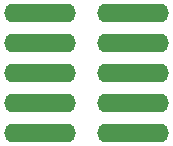
<source format=gbr>
%TF.GenerationSoftware,KiCad,Pcbnew,(7.0.0-rc2-224-g3ecd6ec186)*%
%TF.CreationDate,2023-02-20T11:58:51+01:00*%
%TF.ProjectId,TA726,54413732-362e-46b6-9963-61645f706362,rev?*%
%TF.SameCoordinates,Original*%
%TF.FileFunction,Paste,Bot*%
%TF.FilePolarity,Positive*%
%FSLAX46Y46*%
G04 Gerber Fmt 4.6, Leading zero omitted, Abs format (unit mm)*
G04 Created by KiCad (PCBNEW (7.0.0-rc2-224-g3ecd6ec186)) date 2023-02-20 11:58:51*
%MOMM*%
%LPD*%
G01*
G04 APERTURE LIST*
%ADD10O,6.100000X1.600000*%
G04 APERTURE END LIST*
D10*
%TO.C,J1*%
X207247462Y-99466399D03*
X207247462Y-96926399D03*
X207247462Y-94386399D03*
X207247462Y-91846399D03*
X207247462Y-89306399D03*
X215137462Y-89306399D03*
X215137462Y-91846399D03*
X215137462Y-94386399D03*
X215137462Y-96926399D03*
X215137462Y-99466399D03*
%TD*%
M02*

</source>
